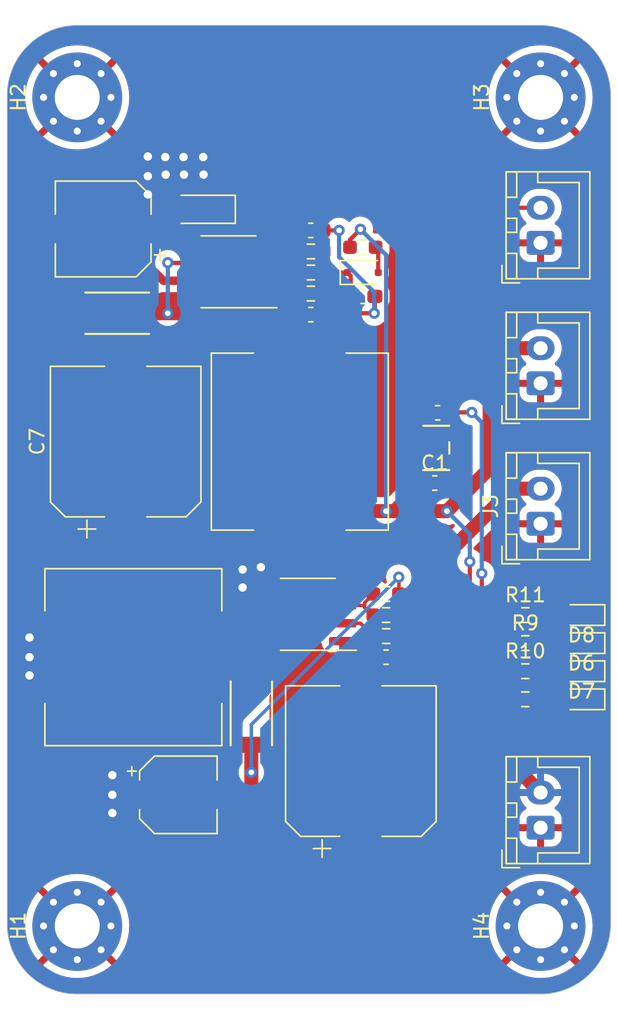
<source format=kicad_pcb>
(kicad_pcb (version 20221018) (generator pcbnew)
  (layers (0 "F.Cu" signal) (31 "B.Cu" signal) (34 "B.Paste" user) (35 "F.Paste" user) (36 "B.SilkS" user "B.Silkscreen") (37 "F.SilkS" user "F.Silkscreen") (38 "B.Mask" user) (39 "F.Mask" user) (44 "Edge.Cuts" user))
  (net 0 "")
  (net 1 "GND")
  (net 2 "+5V")
  (net 3 "Net-(D1-K)")
  (net 4 "Net-(D2-K)")
  (net 5 "Net-(D3-K)")
  (net 6 "Net-(D3-A)")
  (footprint "Package_SO:SOIC-8-1EP_3.9x4.9mm_P1.27mm_EP2.29x3mm" (layer "F.Cu") (at 189.2675 69.26 180)
    (fp_text reference "U1" hide)
    (fp_text value "MIC3172YM" hide)
    (pad "1" smd roundrect (at -2.475 -1.905 180) (size 1.95 0.6) (layers "F.Cu" "F.Paste" "F.Mask") (net 4 "Net-(D2-K)"))
    (pad "2" smd roundrect (at -2.475 -0.635 180) (size 1.95 0.6) (layers "F.Cu" "F.Paste" "F.Mask"))
    (pad "3" smd roundrect (at -2.475 0.635 180) (size 1.95 0.6) (layers "F.Cu" "F.Paste" "F.Mask"))
    (pad "4" smd roundrect (at -2.475 1.905 180) (size 1.95 0.6) (layers "F.Cu" "F.Paste" "F.Mask") (net 3 "Net-(D1-K)"))
    (pad "5" smd roundrect (at 2.475 1.905 180) (size 1.95 0.6) (layers "F.Cu" "F.Paste" "F.Mask") (net 3 "Net-(D1-K)"))
    (pad "6" smd roundrect (at 2.475 0.635 180) (size 1.95 0.6) (layers "F.Cu" "F.Paste" "F.Mask") (net 4 "Net-(D2-K)"))
    (pad "7" smd roundrect (at 2.475 -0.635 180) (size 1.95 0.6) (layers "F.Cu" "F.Paste" "F.Mask"))
    (pad "8" smd roundrect (at 2.475 -1.905 180) (size 1.95 0.6) (layers "F.Cu" "F.Paste" "F.Mask") (net 4 "Net-(D2-K)"))
    (pad "9" smd rect (at 0 0 180) (size 2.29 3) (layers "F.Cu" "F.Mask"))
  )
  (footprint "Inductor_SMD:L_Wuerth_WE-PD-Typ-LS" (layer "F.Cu") (at 182.5 96.7)
    (fp_text reference "L2" hide)
    (fp_text value "100u" hide)
    (pad "1" smd rect (at -4.95 0) (size 2.9 5.4) (layers "F.Cu" "F.Paste" "F.Mask"))
    (pad "2" smd rect (at 4.95 0) (size 2.9 5.4) (layers "F.Cu" "F.Paste" "F.Mask"))
  )
  (footprint "Footprints_Balise:DO-214AD_ONS" (layer "F.Cu") (at 181.35 72.21 180)
    (fp_text reference "D2" hide)
    (fp_text value "FSV330AF" hide)
    (pad "1" smd rect (at -2.2352 0 180) (size 1.143 1.905) (layers "F.Cu" "F.Paste" "F.Mask") (net 4 "Net-(D2-K)"))
    (pad "2" smd rect (at 2.2352 0 180) (size 1.143 1.905) (layers "F.Cu" "F.Paste" "F.Mask") (net 1 "GND"))
    (zone (net 0) (net_name "") (layer "F.Cu") (connect_pads (clearance 0)) (min_thickness 0.254)
      (keepout (tracks not_allowed) (vias not_allowed) (pads allowed) (copperpour not_allowed) (footprints allowed))
      (fill (thermal_gap 0.508) (thermal_bridge_width 0.508))
      (polygon (pts (xy 182.9629 73.5054) (xy 179.7371 73.5054) (xy 179.7371 70.9146) (xy 182.9629 70.9146)))
    )
  )
  (footprint "Connector_JST:JST_XH_B2B-XH-A_1x02_P2.50mm_Vertical" (layer "F.Cu") (at 211.5 77.2 90)
    (fp_text reference "J2" hide)
    (fp_text value "Conn_01x02" hide)
    (pad "1" thru_hole roundrect (at 0 0 90) (size 1.7 2) (drill 1) (layers "*.Cu" "*.Mask") (roundrect_rratio 0.147059) (net 1 "GND"))
    (pad "2" thru_hole oval (at 2.5 0 90) (size 1.7 2) (drill 1) (layers "*.Cu" "*.Mask") (net 2 "+5V"))
  )
  (footprint "LED_SMD:LED_0603_1608Metric_Pad1.05x0.95mm_HandSolder" (layer "F.Cu") (at 214.4125 95.7 180)
    (fp_text reference "D6" (at 0 -1.43) (layer "F.SilkS"))
    (fp_text value "LED")
    (pad "1" smd roundrect (at -0.875 0 180) (size 1.05 0.95) (layers "F.Cu" "F.Paste" "F.Mask") (net 1 "GND"))
    (pad "2" smd roundrect (at 0.875 0 180) (size 1.05 0.95) (layers "F.Cu" "F.Paste" "F.Mask"))
  )
  (footprint "Resistor_SMD:R_0603_1608Metric_Pad0.98x0.95mm_HandSolder" (layer "F.Cu") (at 200.5 92.2 180)
    (fp_text reference "R6" hide)
    (fp_text value "10.7" hide)
    (pad "1" smd roundrect (at -0.9125 0 180) (size 0.975 0.95) (layers "F.Cu" "F.Paste" "F.Mask"))
    (pad "2" smd roundrect (at 0.9125 0 180) (size 0.975 0.95) (layers "F.Cu" "F.Paste" "F.Mask"))
  )
  (footprint "diode:SSOP5_ROM" (layer "F.Cu") (at 204.0725 81.8)
    (fp_text reference "PS1" hide)
    (fp_text value "BU33SD5WG-TR" hide)
    (pad "1" smd rect (at -1.2954 -0.9398) (size 0.9144 0.4318) (layers "F.Cu" "F.Paste" "F.Mask") (net 2 "+5V"))
    (pad "2" smd rect (at -1.2954 0) (size 0.9144 0.4318) (layers "F.Cu" "F.Paste" "F.Mask") (net 1 "GND"))
    (pad "3" smd rect (at -1.2954 0.9398) (size 0.9144 0.4318) (layers "F.Cu" "F.Paste" "F.Mask") (net 2 "+5V"))
    (pad "4" smd rect (at 1.2954 0.9525) (size 0.9144 0.4318) (layers "F.Cu" "F.Paste" "F.Mask"))
    (pad "5" smd rect (at 1.2954 -0.9525) (size 0.9144 0.4318) (layers "F.Cu" "F.Paste" "F.Mask"))
  )
  (footprint "MountingHole:MountingHole_3.2mm_M3_Pad_Via" (layer "F.Cu") (at 211.5 115.84 90)
    (fp_text reference "H4" (at 0 -4.2 90) (layer "F.SilkS"))
    (fp_text value "MountingHole_Pad")
    (pad "1" thru_hole circle (at -2.4 0 90) (size 0.8 0.8) (drill 0.5) (layers "*.Cu" "*.Mask") (net 1 "GND"))
    (pad "1" thru_hole circle (at -1.697056 -1.697056 90) (size 0.8 0.8) (drill 0.5) (layers "*.Cu" "*.Mask") (net 1 "GND"))
    (pad "1" thru_hole circle (at -1.697056 1.697056 90) (size 0.8 0.8) (drill 0.5) (layers "*.Cu" "*.Mask") (net 1 "GND"))
    (pad "1" thru_hole circle (at 0 -2.4 90) (size 0.8 0.8) (drill 0.5) (layers "*.Cu" "*.Mask") (net 1 "GND"))
    (pad "1" thru_hole circle (at 0 0 90) (size 6.4 6.4) (drill 3.2) (layers "*.Cu" "*.Mask") (net 1 "GND"))
    (pad "1" thru_hole circle (at 0 2.4 90) (size 0.8 0.8) (drill 0.5) (layers "*.Cu" "*.Mask") (net 1 "GND"))
    (pad "1" thru_hole circle (at 1.697056 -1.697056 90) (size 0.8 0.8) (drill 0.5) (layers "*.Cu" "*.Mask") (net 1 "GND"))
    (pad "1" thru_hole circle (at 1.697056 1.697056 90) (size 0.8 0.8) (drill 0.5) (layers "*.Cu" "*.Mask") (net 1 "GND"))
    (pad "1" thru_hole circle (at 2.4 0 90) (size 0.8 0.8) (drill 0.5) (layers "*.Cu" "*.Mask") (net 1 "GND"))
  )
  (footprint "Resistor_SMD:R_0603_1608Metric_Pad0.98x0.95mm_HandSolder" (layer "F.Cu") (at 200.5 93.7)
    (fp_text reference "R7" hide)
    (fp_text value "1.24k" hide)
    (pad "1" smd roundrect (at -0.9125 0) (size 0.975 0.95) (layers "F.Cu" "F.Paste" "F.Mask"))
    (pad "2" smd roundrect (at 0.9125 0) (size 0.975 0.95) (layers "F.Cu" "F.Paste" "F.Mask") (net 1 "GND"))
  )
  (footprint "Capacitor_SMD:CP_Elec_6.3x7.7" (layer "F.Cu") (at 180.35 66.21 180)
    (fp_text reference "C2" hide)
    (fp_text value "100uF" hide)
    (pad "1" smd roundrect (at -2.7 0 180) (size 3.5 1.6) (layers "F.Cu" "F.Paste" "F.Mask") (roundrect_rratio 0.15625))
    (pad "2" smd roundrect (at 2.7 0 180) (size 3.5 1.6) (layers "F.Cu" "F.Paste" "F.Mask") (roundrect_rratio 0.15625) (net 1 "GND"))
  )
  (footprint "Resistor_SMD:R_0603_1608Metric_Pad0.98x0.95mm_HandSolder" (layer "F.Cu") (at 210.4125 97.7)
    (fp_text reference "R10" (at 0 -1.43) (layer "F.SilkS"))
    (fp_text value "1k")
    (pad "1" smd roundrect (at -0.9125 0) (size 0.975 0.95) (layers "F.Cu" "F.Paste" "F.Mask"))
    (pad "2" smd roundrect (at 0.9125 0) (size 0.975 0.95) (layers "F.Cu" "F.Paste" "F.Mask"))
  )
  (footprint "Resistor_SMD:R_0603_1608Metric_Pad0.98x0.95mm_HandSolder" (layer "F.Cu") (at 210.4125 95.7)
    (fp_text reference "R9" (at 0 -1.43) (layer "F.SilkS"))
    (fp_text value "1k")
    (pad "1" smd roundrect (at -0.9125 0) (size 0.975 0.95) (layers "F.Cu" "F.Paste" "F.Mask") (net 2 "+5V"))
    (pad "2" smd roundrect (at 0.9125 0) (size 0.975 0.95) (layers "F.Cu" "F.Paste" "F.Mask"))
  )
  (footprint "Capacitor_SMD:CP_Elec_5x5.4" (layer "F.Cu") (at 185.7 106.5)
    (fp_text reference "C10" hide)
    (fp_text value "22uF" hide)
    (pad "1" smd roundrect (at -2.2 0) (size 3 1.6) (layers "F.Cu" "F.Paste" "F.Mask") (roundrect_rratio 0.15625))
    (pad "2" smd roundrect (at 2.2 0) (size 3 1.6) (layers "F.Cu" "F.Paste" "F.Mask") (roundrect_rratio 0.15625))
  )
  (footprint "Capacitor_SMD:C_0603_1608Metric_Pad1.08x0.95mm_HandSolder" (layer "F.Cu") (at 198.8375 71.01)
    (fp_text reference "C6" hide)
    (fp_text value "1 µF" hide)
    (pad "1" smd roundrect (at -0.8625 0) (size 1.075 0.95) (layers "F.Cu" "F.Paste" "F.Mask") (net 5 "Net-(D3-K)"))
    (pad "2" smd roundrect (at 0.8625 0) (size 1.075 0.95) (layers "F.Cu" "F.Paste" "F.Mask") (net 4 "Net-(D2-K)"))
  )
  (footprint "Diode_SMD:D_SOD-323F" (layer "F.Cu") (at 198.8375 69.31)
    (fp_text reference "D3" hide)
    (fp_text value "1N4148" hide)
    (pad "1" smd roundrect (at -1.1 0) (size 0.5 0.5) (layers "F.Cu" "F.Paste" "F.Mask") (net 5 "Net-(D3-K)"))
    (pad "2" smd roundrect (at 1.1 0) (size 0.5 0.5) (layers "F.Cu" "F.Paste" "F.Mask") (net 6 "Net-(D3-A)"))
  )
  (footprint "MountingHole:MountingHole_3.2mm_M3_Pad_Via" (layer "F.Cu") (at 178.5 115.84 90)
    (fp_text reference "H1" (at 0 -4.2 90) (layer "F.SilkS"))
    (fp_text value "MountingHole_Pad")
    (pad "1" thru_hole circle (at -2.4 0 90) (size 0.8 0.8) (drill 0.5) (layers "*.Cu" "*.Mask") (net 1 "GND"))
    (pad "1" thru_hole circle (at -1.697056 -1.697056 90) (size 0.8 0.8) (drill 0.5) (layers "*.Cu" "*.Mask") (net 1 "GND"))
    (pad "1" thru_hole circle (at -1.697056 1.697056 90) (size 0.8 0.8) (drill 0.5) (layers "*.Cu" "*.Mask") (net 1 "GND"))
    (pad "1" thru_hole circle (at 0 -2.4 90) (size 0.8 0.8) (drill 0.5) (layers "*.Cu" "*.Mask") (net 1 "GND"))
    (pad "1" thru_hole circle (at 0 0 90) (size 6.4 6.4) (drill 3.2) (layers "*.Cu" "*.Mask") (net 1 "GND"))
    (pad "1" thru_hole circle (at 0 2.4 90) (size 0.8 0.8) (drill 0.5) (layers "*.Cu" "*.Mask") (net 1 "GND"))
    (pad "1" thru_hole circle (at 1.697056 -1.697056 90) (size 0.8 0.8) (drill 0.5) (layers "*.Cu" "*.Mask") (net 1 "GND"))
    (pad "1" thru_hole circle (at 1.697056 1.697056 90) (size 0.8 0.8) (drill 0.5) (layers "*.Cu" "*.Mask") (net 1 "GND"))
    (pad "1" thru_hole circle (at 2.4 0 90) (size 0.8 0.8) (drill 0.5) (layers "*.Cu" "*.Mask") (net 1 "GND"))
  )
  (footprint "Capacitor_SMD:C_0603_1608Metric_Pad1.08x0.95mm_HandSolder" (layer "F.Cu") (at 200.5 96.7)
    (fp_text reference "C8" hide)
    (fp_text value "1µF" hide)
    (pad "1" smd roundrect (at -0.8625 0) (size 1.075 0.95) (layers "F.Cu" "F.Paste" "F.Mask") (net 1 "GND"))
    (pad "2" smd roundrect (at 0.8625 0) (size 1.075 0.95) (layers "F.Cu" "F.Paste" "F.Mask"))
  )
  (footprint "Connector_JST:JST_XH_B2B-XH-A_1x02_P2.50mm_Vertical" (layer "F.Cu") (at 211.5 67.2 90)
    (fp_text reference "J1" hide)
    (fp_text value "Conn_01x02" hide)
    (pad "1" thru_hole roundrect (at 0 0 90) (size 1.7 2) (drill 1) (layers "*.Cu" "*.Mask") (roundrect_rratio 0.147059) (net 1 "GND"))
    (pad "2" thru_hole oval (at 2.5 0 90) (size 1.7 2) (drill 1) (layers "*.Cu" "*.Mask"))
  )
  (footprint "Inductor_SMD:L_Wuerth_WE-PD-Typ-LS" (layer "F.Cu") (at 194.35 81.35 -90)
    (fp_text reference "L1" hide)
    (fp_text value "100u" hide)
    (pad "1" smd rect (at -4.95 0 270) (size 2.9 5.4) (layers "F.Cu" "F.Paste" "F.Mask") (net 4 "Net-(D2-K)"))
    (pad "2" smd rect (at 4.95 0 270) (size 2.9 5.4) (layers "F.Cu" "F.Paste" "F.Mask") (net 2 "+5V"))
  )
  (footprint "Connector_JST:JST_XH_B2B-XH-A_1x02_P2.50mm_Vertical" (layer "F.Cu") (at 211.5 87.2 90)
    (fp_text reference "J3" (at 1.25 -3.55 90) (layer "F.SilkS"))
    (fp_text value "Conn_01x02")
    (pad "1" thru_hole roundrect (at 0 0 90) (size 1.7 2) (drill 1) (layers "*.Cu" "*.Mask") (roundrect_rratio 0.147059) (net 1 "GND"))
    (pad "2" thru_hole oval (at 2.5 0 90) (size 1.7 2) (drill 1) (layers "*.Cu" "*.Mask"))
  )
  (footprint "Resistor_SMD:R_0603_1608Metric_Pad0.98x0.95mm_HandSolder" (layer "F.Cu") (at 195.1375 67.81)
    (fp_text reference "R2" hide)
    (fp_text value "1.2 k" hide)
    (pad "1" smd roundrect (at -0.9125 0) (size 0.975 0.95) (layers "F.Cu" "F.Paste" "F.Mask"))
    (pad "2" smd roundrect (at 0.9125 0) (size 0.975 0.95) (layers "F.Cu" "F.Paste" "F.Mask") (net 4 "Net-(D2-K)"))
  )
  (footprint "Resistor_SMD:R_0603_1608Metric_Pad0.98x0.95mm_HandSolder" (layer "F.Cu") (at 195.1375 69.31)
    (fp_text reference "R3" hide)
    (fp_text value "3.7k" hide)
    (pad "1" smd roundrect (at -0.9125 0) (size 0.975 0.95) (layers "F.Cu" "F.Paste" "F.Mask"))
    (pad "2" smd roundrect (at 0.9125 0) (size 0.975 0.95) (layers "F.Cu" "F.Paste" "F.Mask") (net 5 "Net-(D3-K)"))
  )
  (footprint "Resistor_SMD:R_0603_1608Metric_Pad0.98x0.95mm_HandSolder" (layer "F.Cu") (at 200.5 95.2)
    (fp_text reference "R5" hide)
    (fp_text value "1k" hide)
    (pad "1" smd roundrect (at -0.9125 0) (size 0.975 0.95) (layers "F.Cu" "F.Paste" "F.Mask"))
    (pad "2" smd roundrect (at 0.9125 0) (size 0.975 0.95) (layers "F.Cu" "F.Paste" "F.Mask"))
  )
  (footprint "Capacitor_SMD:CP_Elec_10x10.5" (layer "F.Cu") (at 198.7 104.1 90)
    (fp_text reference "C9" hide)
    (fp_text value "470uF" hide)
    (pad "1" smd roundrect (at -4.2 0 90) (size 4.4 2.5) (layers "F.Cu" "F.Paste" "F.Mask") (roundrect_rratio 0.1))
    (pad "2" smd roundrect (at 4.2 0 90) (size 4.4 2.5) (layers "F.Cu" "F.Paste" "F.Mask") (roundrect_rratio 0.1) (net 1 "GND"))
  )
  (footprint "Capacitor_SMD:C_0603_1608Metric_Pad1.08x0.95mm_HandSolder" (layer "F.Cu") (at 195.1375 72.31 180)
    (fp_text reference "C4" hide)
    (fp_text value "1 µF" hide)
    (pad "1" smd roundrect (at -0.8625 0 180) (size 1.075 0.95) (layers "F.Cu" "F.Paste" "F.Mask"))
    (pad "2" smd roundrect (at 0.8625 0 180) (size 1.075 0.95) (layers "F.Cu" "F.Paste" "F.Mask") (net 4 "Net-(D2-K)"))
  )
  (footprint "MountingHole:MountingHole_3.2mm_M3_Pad_Via" (layer "F.Cu") (at 211.5 56.84 90)
    (fp_text reference "H3" (at 0 -4.2 90) (layer "F.SilkS"))
    (fp_text value "MountingHole_Pad")
    (pad "1" thru_hole circle (at -2.4 0 90) (size 0.8 0.8) (drill 0.5) (layers "*.Cu" "*.Mask") (net 1 "GND"))
    (pad "1" thru_hole circle (at -1.697056 -1.697056 90) (size 0.8 0.8) (drill 0.5) (layers "*.Cu" "*.Mask") (net 1 "GND"))
    (pad "1" thru_hole circle (at -1.697056 1.697056 90) (size 0.8 0.8) (drill 0.5) (layers "*.Cu" "*.Mask") (net 1 "GND"))
    (pad "1" thru_hole circle (at 0 -2.4 90) (size 0.8 0.8) (drill 0.5) (layers "*.Cu" "*.Mask") (net 1 "GND"))
    (pad "1" thru_hole circle (at 0 0 90) (size 6.4 6.4) (drill 3.2) (layers "*.Cu" "*.Mask") (net 1 "GND"))
    (pad "1" thru_hole circle (at 0 2.4 90) (size 0.8 0.8) (drill 0.5) (layers "*.Cu" "*.Mask") (net 1 "GND"))
    (pad "1" thru_hole circle (at 1.697056 -1.697056 90) (size 0.8 0.8) (drill 0.5) (layers "*.Cu" "*.Mask") (net 1 "GND"))
    (pad "1" thru_hole circle (at 1.697056 1.697056 90) (size 0.8 0.8) (drill 0.5) (layers "*.Cu" "*.Mask") (net 1 "GND"))
    (pad "1" thru_hole circle (at 2.4 0 90) (size 0.8 0.8) (drill 0.5) (layers "*.Cu" "*.Mask") (net 1 "GND"))
  )
  (footprint "Footprints_Balise:DO-214AD_ONS" (layer "F.Cu") (at 190.9 100.7 90)
    (fp_text reference "D4" hide)
    (fp_text value "FSV330AF" hide)
    (pad "1" smd rect (at -2.2352 0 90) (size 1.143 1.905) (layers "F.Cu" "F.Paste" "F.Mask"))
    (pad "2" smd rect (at 2.2352 0 90) (size 1.143 1.905) (layers "F.Cu" "F.Paste" "F.Mask"))
    (zone (net 0) (net_name "") (layer "F.Cu") (connect_pads (clearance 0)) (min_thickness 0.254)
      (keepout (tracks not_allowed) (vias not_allowed) (pads allowed) (copperpour not_allowed) (footprints allowed))
      (fill (thermal_gap 0.508) (thermal_bridge_width 0.508))
      (polygon (pts (xy 189.6046 102.3129) (xy 189.6046 99.0871) (xy 192.1954 99.0871) (xy 192.1954 102.3129)))
    )
  )
  (footprint "Resistor_SMD:R_0603_1608Metric_Pad0.98x0.95mm_HandSolder" (layer "F.Cu") (at 210.4125 99.7)
    (fp_text reference "R8" hide)
    (fp_text value "1k" hide)
    (pad "1" smd roundrect (at -0.9125 0) (size 0.975 0.95) (layers "F.Cu" "F.Paste" "F.Mask"))
    (pad "2" smd roundrect (at 0.9125 0) (size 0.975 0.95) (layers "F.Cu" "F.Paste" "F.Mask"))
  )
  (footprint "Capacitor_SMD:C_0603_1608Metric_Pad1.08x0.95mm_HandSolder" (layer "F.Cu") (at 203.9625 84.3)
    (fp_text reference "C1" (at 0 -1.43) (layer "F.SilkS"))
    (fp_text value "0.47u")
    (pad "1" smd roundrect (at -0.8625 0) (size 1.075 0.95) (layers "F.Cu" "F.Paste" "F.Mask") (net 2 "+5V"))
    (pad "2" smd roundrect (at 0.8625 0) (size 1.075 0.95) (layers "F.Cu" "F.Paste" "F.Mask") (net 1 "GND"))
  )
  (footprint "Resistor_SMD:R_0603_1608Metric_Pad0.98x0.95mm_HandSolder" (layer "F.Cu") (at 195.1375 70.81)
    (fp_text reference "R1" hide)
    (fp_text value "470" hide)
    (pad "1" smd roundrect (at -0.9125 0) (size 0.975 0.95) (layers "F.Cu" "F.Paste" "F.Mask"))
    (pad "2" smd roundrect (at 0.9125 0) (size 0.975 0.95) (layers "F.Cu" "F.Paste" "F.Mask"))
  )
  (footprint "Resistor_SMD:R_0603_1608Metric_Pad0.98x0.95mm_HandSolder" (layer "F.Cu") (at 198.8375 67.51 180)
    (fp_text reference "R4" hide)
    (fp_text value "10Ω" hide)
    (pad "1" smd roundrect (at -0.9125 0 180) (size 0.975 0.95) (layers "F.Cu" "F.Paste" "F.Mask") (net 6 "Net-(D3-A)"))
    (pad "2" smd roundrect (at 0.9125 0 180) (size 0.975 0.95) (layers "F.Cu" "F.Paste" "F.Mask") (net 2 "+5V"))
  )
  (footprint "MountingHole:MountingHole_3.2mm_M3_Pad_Via" (layer "F.Cu") (at 178.5 56.84 90)
    (fp_text reference "H2" (at 0 -4.2 90) (layer "F.SilkS"))
    (fp_text value "MountingHole_Pad")
    (pad "1" thru_hole circle (at -2.4 0 90) (size 0.8 0.8) (drill 0.5) (layers "*.Cu" "*.Mask") (net 1 "GND"))
    (pad "1" thru_hole circle (at -1.697056 -1.697056 90) (size 0.8 0.8) (drill 0.5) (layers "*.Cu" "*.Mask") (net 1 "GND"))
    (pad "1" thru_hole circle (at -1.697056 1.697056 90) (size 0.8 0.8) (drill 0.5) (layers "*.Cu" "*.Mask") (net 1 "GND"))
    (pad "1" thru_hole circle (at 0 -2.4 90) (size 0.8 0.8) (drill 0.5) (layers "*.Cu" "*.Mask") (net 1 "GND"))
    (pad "1" thru_hole circle (at 0 0 90) (size 6.4 6.4) (drill 3.2) (layers "*.Cu" "*.Mask") (net 1 "GND"))
    (pad "1" thru_hole circle (at 0 2.4 90) (size 0.8 0.8) (drill 0.5) (layers "*.Cu" "*.Mask") (net 1 "GND"))
    (pad "1" thru_hole circle (at 1.697056 -1.697056 90) (size 0.8 0.8) (drill 0.5) (layers "*.Cu" "*.Mask") (net 1 "GND"))
    (pad "1" thru_hole circle (at 1.697056 1.697056 90) (size 0.8 0.8) (drill 0.5) (layers "*.Cu" "*.Mask") (net 1 "GND"))
    (pad "1" thru_hole circle (at 2.4 0 90) (size 0.8 0.8) (drill 0.5) (layers "*.Cu" "*.Mask") (net 1 "GND"))
  )
  (footprint "Capacitor_SMD:CP_Elec_10x10.5" (layer "F.Cu") (at 181.95 81.35 90)
    (fp_text reference "C7" (at 0 -6.3 90) (layer "F.SilkS"))
    (fp_text value "330uF")
    (pad "1" smd roundrect (at -4.2 0 90) (size 4.4 2.5) (layers "F.Cu" "F.Paste" "F.Mask") (roundrect_rratio 0.1) (net 2 "+5V"))
    (pad "2" smd roundrect (at 4.2 0 90) (size 4.4 2.5) (layers "F.Cu" "F.Paste" "F.Mask") (roundrect_rratio 0.1) (net 1 "GND"))
  )
  (footprint "Diode_SMD:D_SOD-123F" (layer "F.Cu") (at 187.55 64.81 180)
    (fp_text reference "D1" hide)
    (fp_text value "1N4148" hide)
    (pad "1" smd roundrect (at -1.4 0 180) (size 1.1 1.1) (layers "F.Cu" "F.Paste" "F.Mask") (roundrect_rratio 0.2272727273) (net 3 "Net-(D1-K)"))
    (pad "2" smd roundrect (at 1.4 0 180) (size 1.1 1.1) (layers "F.Cu" "F.Paste" "F.Mask") (roundrect_rratio 0.2272727273))
  )
  (footprint "Capacitor_SMD:C_0603_1608Metric_Pad1.08x0.95mm_HandSolder" (layer "F.Cu") (at 195.1375 66.31)
    (fp_text reference "C3" hide)
    (fp_text value "2.2 µF" hide)
    (pad "1" smd roundrect (at -0.8625 0) (size 1.075 0.95) (layers "F.Cu" "F.Paste" "F.Mask") (net 3 "Net-(D1-K)"))
    (pad "2" smd roundrect (at 0.8625 0) (size 1.075 0.95) (layers "F.Cu" "F.Paste" "F.Mask") (net 4 "Net-(D2-K)"))
  )
  (footprint "Capacitor_SMD:C_0603_1608Metric_Pad1.08x0.95mm_HandSolder" (layer "F.Cu") (at 204.1625 79.3 180)
    (fp_text reference "C5" hide)
    (fp_text value "0.47u" hide)
    (pad "1" smd roundrect (at -0.8625 0 180) (size 1.075 0.95) (layers "F.Cu" "F.Paste" "F.Mask"))
    (pad "2" smd roundrect (at 0.8625 0 180) (size 1.075 0.95) (layers "F.Cu" "F.Paste" "F.Mask") (net 1 "GND"))
  )
  (footprint "Connector_JST:JST_XH_B2B-XH-A_1x02_P2.50mm_Vertical" (layer "F.Cu") (at 211.5 108.84 90)
    (fp_text reference "J4" hide)
    (fp_text value "Conn_01x02" hide)
    (pad "1" thru_hole roundrect (at 0 0 90) (size 1.7 2) (drill 1) (layers "*.Cu" "*.Mask") (roundrect_rratio 0.147059) (net 1 "GND"))
    (pad "2" thru_hole oval (at 2.5 0 90) (size 1.7 2) (drill 1) (layers "*.Cu" "*.Mask"))
  )
  (footprint "LED_SMD:LED_0603_1608Metric_Pad1.05x0.95mm_HandSolder" (layer "F.Cu") (at 214.4125 99.7 180)
    (fp_text reference "D5" hide)
    (fp_text value "LED" hide)
    (pad "1" smd roundrect (at -0.875 0 180) (size 1.05 0.95) (layers "F.Cu" "F.Paste" "F.Mask") (net 1 "GND"))
    (pad "2" smd roundrect (at 0.875 0 180) (size 1.05 0.95) (layers "F.Cu" "F.Paste" "F.Mask"))
  )
  (footprint "LED_SMD:LED_0603_1608Metric_Pad1.05x0.95mm_HandSolder" (layer "F.Cu") (at 214.4125 97.7 180)
    (fp_text reference "D7" (at 0 -1.43) (layer "F.SilkS"))
    (fp_text value "LED")
    (pad "1" smd roundrect (at -0.875 0 180) (size 1.05 0.95) (layers "F.Cu" "F.Paste" "F.Mask") (net 1 "GND"))
    (pad "2" smd roundrect (at 0.875 0 180) (size 1.05 0.95) (layers "F.Cu" "F.Paste" "F.Mask"))
  )
  (footprint "LED_SMD:LED_0603_1608Metric_Pad1.05x0.95mm_HandSolder" (layer "F.Cu") (at 214.4125 93.7 180)
    (fp_text reference "D8" (at 0 -1.43) (layer "F.SilkS"))
    (fp_text value "LED")
    (pad "1" smd roundrect (at -0.875 0 180) (size 1.05 0.95) (layers "F.Cu" "F.Paste" "F.Mask") (net 1 "GND"))
    (pad "2" smd roundrect (at 0.875 0 180) (size 1.05 0.95) (layers "F.Cu" "F.Paste" "F.Mask"))
  )
  (footprint "Resistor_SMD:R_0603_1608Metric_Pad0.98x0.95mm_HandSolder" (layer "F.Cu") (at 210.4125 93.7)
    (fp_text reference "R11" (at 0 -1.43) (layer "F.SilkS"))
    (fp_text value "1k")
    (pad "1" smd roundrect (at -0.9125 0) (size 0.975 0.95) (layers "F.Cu" "F.Paste" "F.Mask"))
    (pad "2" smd roundrect (at 0.9125 0) (size 0.975 0.95) (layers "F.Cu" "F.Paste" "F.Mask"))
  )
  (footprint "Package_SO:SOIC-8-1EP_3.9x4.9mm_P1.27mm_EP2.29x3mm" (layer "F.Cu") (at 194.93 93.65 180)
    (fp_text reference "U2" hide)
    (fp_text value "MIC3172YM" hide)
    (pad "1" smd roundrect (at -2.475 -1.905 180) (size 1.95 0.6) (layers "F.Cu" "F.Paste" "F.Mask") (net 1 "GND"))
    (pad "2" smd roundrect (at -2.475 -0.635 180) (size 1.95 0.6) (layers "F.Cu" "F.Paste" "F.Mask"))
    (pad "3" smd roundrect (at -2.475 0.635 180) (size 1.95 0.6) (layers "F.Cu" "F.Paste" "F.Mask"))
    (pad "4" smd roundrect (at -2.475 1.905 180) (size 1.95 0.6) (layers "F.Cu" "F.Paste" "F.Mask"))
    (pad "5" smd roundrect (at 2.475 1.905 180) (size 1.95 0.6) (layers "F.Cu" "F.Paste" "F.Mask"))
    (pad "6" smd roundrect (at 2.475 0.635 180) (size 1.95 0.6) (layers "F.Cu" "F.Paste" "F.Mask") (net 1 "GND"))
    (pad "7" smd roundrect (at 2.475 -0.635 180) (size 1.95 0.6) (layers "F.Cu" "F.Paste" "F.Mask"))
    (pad "8" smd roundrect (at 2.475 -1.905 180) (size 1.95 0.6) (layers "F.Cu" "F.Paste" "F.Mask") (net 1 "GND"))
    (pad "9" smd rect (at 0 0 180) (size 2.29 3) (layers "F.Cu" "F.Mask"))
  )
  (gr_line (start 173.5 115.7) (end 173.5 56.7) (stroke (width 0.05)) (layer "Edge.Cuts"))
  (gr_arc (start 173.5 56.7) (mid 174.964466 53.164466) (end 178.5 51.7) (stroke (width 0.05)) (layer "Edge.Cuts"))
  (gr_arc (start 178.5 120.7) (mid 174.964466 119.235534) (end 173.5 115.7) (stroke (width 0.05)) (layer "Edge.Cuts"))
  (gr_line (start 178.5 51.7) (end 211.5 51.7) (stroke (width 0.05)) (layer "Edge.Cuts"))
  (gr_line (start 211.5 120.7) (end 178.5 120.7) (stroke (width 0.05)) (layer "Edge.Cuts"))
  (gr_line (start 216.5 56.7) (end 216.5 115.7) (stroke (width 0.05)) (layer "Edge.Cuts"))
  (gr_arc (start 211.5 51.7) (mid 215.035534 53.164466) (end 216.5 56.7) (stroke (width 0.05)) (layer "Edge.Cuts"))
  (gr_arc (start 216.5 115.7) (mid 215.035534 119.235534) (end 211.5 120.7) (stroke (width 0.05)) (layer "Edge.Cuts"))
  (segment (start 209.5 84.7) (end 211.5 84.7) (width 1) (layer "F.Cu") (net 0))
  (segment (start 201.4125 91.0125) (end 201.4 91) (width 0.25) (layer "F.Cu") (net 0))
  (segment (start 207.459264 92.810736) (end 207.3095 92.660972) (width 0.3) (layer "F.Cu") (net 0))
  (segment (start 181 106.5) (end 181 107.8) (width 1) (layer "F.Cu") (net 0))
  (segment (start 194.21 68.625) (end 194.225 68.61) (width 0.3) (layer "F.Cu") (net 0))
  (segment (start 201.3625 96.7) (end 201.3625 95.25) (width 0.25) (layer "F.Cu") (net 0))
  (segment (start 211.325 97.7) (end 213.5375 97.7) (width 0.3) (layer "F.Cu") (net 0))
  (segment (start 191.7425 68.625) (end 194.21 68.625) (width 0.3) (layer "F.Cu") (net 0))
  (segment (start 205.03 101.97) (end 205.03 97.69) (width 1) (layer "F.Cu") (net 0))
  (segment (start 205.025 80.5046) (end 205.3679 80.8475) (width 0.3) (layer "F.Cu") (net 0))
  (segment (start 198.7 108.3) (end 205.03 101.97) (width 1) (layer "F.Cu") (net 0))
  (segment (start 175.1 96.7) (end 175.1 98) (width 1) (layer "F.Cu") (net 0))
  (segment (start 186.07 63.59) (end 186.07 61.09) (width 1) (layer "F.Cu") (net 0))
  (segment (start 184.45 64.81) (end 186.15 64.81) (width 0.6) (layer "F.Cu") (net 0))
  (segment (start 175.1 96.7) (end 175.1 95.3) (width 1) (layer "F.Cu") (net 0))
  (segment (start 198.9575 93.015) (end 198.9725 93) (width 0.25) (layer "F.Cu") (net 0))
  (segment (start 190.28 91.74) (end 190.28 90.46) (width 1) (layer "F.Cu") (net 0))
  (segment (start 190.28 91.74) (end 190.28 91.59) (width 1) (layer "F.Cu") (net 0))
  (segment (start 186.1 64.84) (end 186.1 62.34) (width 1) (layer "F.Cu") (net 0))
  (segment (start 205.025 79.3) (end 205.025 80.5046) (width 0.3) (layer "F.Cu") (net 0))
  (segment (start 191.115 94.285) (end 192.455 94.285) (width 0.6) (layer "F.Cu") (net 0))
  (segment (start 206.6 79.27) (end 205.055 79.27) (width 0.3) (layer "F.Cu") (net 0))
  (segment (start 191.58 90.87) (end 192.455 91.745) (width 1) (layer "F.Cu") (net 0))
  (segment (start 209.5 99.7) (end 209.5 104.34) (width 1) (layer "F.Cu") (net 0))
  (segment (start 190.2352 97.0352) (end 190.2352 97.8) (width 0.6) (layer "F.Cu") (net 0))
  (segment (start 196.05 72.26) (end 196 72.31) (width 0.3) (layer "F.Cu") (net 0))
  (segment (start 183.05 68.31) (end 183.05 66.21) (width 0.6) (layer "F.Cu") (net 0))
  (segment (start 199.5 93.7) (end 198.9725 93.1725) (width 0.25) (layer "F.Cu") (net 0))
  (segment (start 192.7225 69.895) (end 191.7425 69.895) (width 0.3) (layer "F.Cu") (net 0))
  (segment (start 189.9 96.7) (end 187.45 96.7) (width 0.6) (layer "F.Cu") (net 0))
  (segment (start 205.04 97.7) (end 205.03 97.69) (width 0.3) (layer "F.Cu") (net 0))
  (segment (start 186.03 62.45) (end 183.53 62.45) (width 1) (layer "F.Cu") (net 0))
  (segment (start 209.5 93.7) (end 208.348528 93.7) (width 0.3) (layer "F.Cu") (net 0))
  (segment (start 197.405 93.015) (end 198.9575 93.015) (width 0.25) (layer "F.Cu") (net 0))
  (segment (start 213.5375 99.7) (end 211.325 99.7) (width 0.3) (layer "F.Cu") (net 0))
  (segment (start 183.53 62.45) (end 183.53 63.75) (width 1) (layer "F.Cu") (net 0))
  (segment (start 190.2352 95.1648) (end 191.115 94.285) (width 0.6) (layer "F.Cu") (net 0))
  (segment (start 183.05 66.21) (end 184.45 64.81) (width 0.6) (layer "F.Cu") (net 0))
  (segment (start 181 106.5) (end 181 105.1) (width 1) (layer "F.Cu") (net 0))
  (segment (start 187.9 106.5) (end 190.3 106.5) (width 1) (layer "F.Cu") (net 0))
  (segment (start 184.635 69.895) (end 183.05 68.31) (width 0.6) (layer "F.Cu") (net 0))
  (segment (start 209.5 104.34) (end 211.5 106.34) (width 1) (layer "F.Cu") (net 0))
  (segment (start 190.9 106.5) (end 190.9 104.9) (width 1) (layer "F.Cu") (net 0))
  (segment (start 205.025 68.185) (end 208.51 64.7) (width 0.3) (layer "F.Cu") (net 0))
  (segment (start 198.6725 94.285) (end 197.405 94.285) (width 0.25) (layer "F.Cu") (net 0))
  (segment (start 213.5375 95.7) (end 211.325 95.7) (width 0.3) (layer "F.Cu") (net 0))
  (segment (start 186.7925 69.895) (end 184.635 69.895) (width 0.6) (layer "F.Cu") (net 0))
  (segment (start 194.225 68.61) (end 194.225 67.81) (width 0.3) (layer "F.Cu") (net 0))
  (segment (start 190.9 104.9) (end 190.9 102.9352) (width 1) (layer "F.Cu") (net 0))
  (segment (start 190.45 90.29) (end 190.28 90.46) (width 1) (layer "F.Cu") (net 0))
  (segment (start 196.9 106.5) (end 190.3 106.5) (width 1) (layer "F.Cu") (net 0))
  (segment (start 201.3625 95.25) (end 201.4125 95.2) (width 0.25) (layer "F.Cu") (net 0))
  (segment (start 190.2352 97.8) (end 190.9 98.4648) (width 0.6) (layer "F.Cu") (net 0))
  (segment (start 186.1 62.34) (end 187.5 62.34) (width 1) (layer "F.Cu") (net 0))
  (segment (start 183.5 106.5) (end 181 106.5) (width 1) (layer "F.Cu") (net 0))
  (segment (start 198.9725 93.1725) (end 198.9725 93) (width 0.25) (layer "F.Cu") (net 0))
  (segment (start 190.28 91.59) (end 191.58 90.29) (width 1) (layer "F.Cu") (net 0))
  (segment (start 198.9725 92.815) (end 199.5875 92.2) (width 0.25) (layer "F.Cu") (net 0))
  (segment (start 186.1 62.34) (end 184.8 62.34) (width 1) (layer "F.Cu") (net 0))
  (segment (start 201.4125 92.2) (end 201.4125 91.0125) (width 0.25) (layer "F.Cu") (net 0))
  (segment (start 190.3 106.5) (end 190.9 106.5) (width 1) (layer "F.Cu") (net 0))
  (segment (start 213.5375 93.7) (end 211.325 93.7) (width 0.3) (layer "F.Cu") (net 0))
  (segment (start 199.5875 93.7) (end 199.5 93.7) (width 0.25) (layer "F.Cu") (net 0))
  (segment (start 208.348528 93.7) (end 207.459264 92.810736) (width 0.3) (layer "F.Cu") (net 0))
  (segment (start 190.2352 97.0352) (end 190.2352 95.1648) (width 0.6) (layer "F.Cu") (net 0))
  (segment (start 194.225 69.31) (end 194.225 68.61) (width 0.3) (layer "F.Cu") (net 0))
  (segment (start 208.51 64.7) (end 211.5 64.7) (width 0.3) (layer "F.Cu") (net 0))
  (segment (start 209.5 97.7) (end 205.04 97.7) (width 0.3) (layer "F.Cu") (net 0))
  (segment (start 205.03 97.69) (end 205.03 89.17) (width 1) (layer "F.Cu") (net 0))
  (segment (start 199.5875 95.2) (end 198.6725 94.285) (width 0.25) (layer "F.Cu") (net 0))
  (segment (start 196.05 70.81) (end 196.05 72.26) (width 0.3) (layer "F.Cu") (net 0))
  (segment (start 186.07 61.09) (end 184.77 61.09) (width 1) (layer "F.Cu") (net 0))
  (segment (start 190.2352 97.0352) (end 189.9 96.7) (width 0.6) (layer "F.Cu") (net 0))
  (segment (start 205.025 79.3) (end 205.025 68.185) (width 0.3) (layer "F.Cu") (net 0))
  (segment (start 198.9725 93) (end 198.9725 92.815) (width 0.25) (layer "F.Cu") (net 0))
  (segment (start 207.3095 92.660972) (end 207.3095 90.74) (width 0.3) (layer "F.Cu") (net 0))
  (segment (start 194.225 70.81) (end 193.6375 70.81) (width 0.3) (layer "F.Cu") (net 0))
  (segment (start 205.055 79.27) (end 205.025 79.3) (width 0.3) (layer "F.Cu") (net 0))
  (segment (start 190.285 91.745) (end 190.28 91.74) (width 1) (layer "F.Cu") (net 0))
  (segment (start 191.58 90.29) (end 190.45 90.29) (width 1) (layer "F.Cu") (net 0))
  (segment (start 205.03 89.17) (end 209.5 84.7) (width 1) (layer "F.Cu") (net 0))
  (segment (start 183.53 62.45) (end 183.53 61.05) (width 1) (layer "F.Cu") (net 0))
  (segment (start 193.6375 70.81) (end 192.7225 69.895) (width 0.3) (layer "F.Cu") (net 0))
  (segment (start 192.455 91.745) (end 190.285 91.745) (width 1) (layer "F.Cu") (net 0))
  (segment (start 177.6 96.7) (end 175.1 96.7) (width 1) (layer "F.Cu") (net 0))
  (segment (start 191.58 90.29) (end 191.58 90.87) (width 1) (layer "F.Cu") (net 0))
  (segment (start 186.07 61.09) (end 187.47 61.09) (width 1) (layer "F.Cu") (net 0))
  (segment (start 198.7 108.3) (end 196.9 106.5) (width 1) (layer "F.Cu") (net 0))
  (via (at 183.53 61.05) (size 1.2) (drill 0.6) (layers "F.Cu" "B.Cu") (net 0))
  (via (at 191.58 90.29) (size 1.2) (drill 0.6) (layers "F.Cu" "B.Cu") (net 0))
  (via (at 175.1 95.3) (size 1.2) (drill 0.6) (layers "F.Cu" "B.Cu") (net 0))
  (via (at 186.1 62.34) (size 1.2) (drill 0.6) (layers "F.Cu" "B.Cu") (net 0))
  (via (at 181 105.1) (size 1.2) (drill 0.6) (layers "F.Cu" "B.Cu") (net 0))
  (via (at 184.8 62.34) (size 1.2) (drill 0.6) (layers "F.Cu" "B.Cu") (net 0))
  (via (at 184.77 61.09) (size 1.2) (drill 0.6) (layers "F.Cu" "B.Cu") (net 0))
  (via (at 175.1 98) (size 1.2) (drill 0.6) (layers "F.Cu" "B.Cu") (net 0))
  (via (at 190.28 90.46) (size 1.2) (drill 0.6) (layers "F.Cu" "B.Cu") (net 0))
  (via (at 181 106.5) (size 1.2) (drill 0.6) (layers "F.Cu" "B.Cu") (net 0))
  (via (at 175.1 96.7) (size 1.2) (drill 0.6) (layers "F.Cu" "B.Cu") (net 0))
  (via (at 187.47 61.09) (size 1.2) (drill 0.6) (layers "F.Cu" "B.Cu") (net 0))
  (via (at 201.4 91) (size 0.8) (drill 0.4) (layers "F.Cu" "B.Cu") (net 0))
  (via (at 190.28 91.74) (size 1.2) (drill 0.6) (layers "F.Cu" "B.Cu") (net 0))
  (via (at 186.07 61.09) (size 1.2) (drill 0.6) (layers "F.Cu" "B.Cu") (net 0))
  (via (at 183.53 63.75) (size 1.2) (drill 0.6) (layers "F.Cu" "B.Cu") (net 0))
  (via (at 183.53 62.45) (size 1.2) (drill 0.6) (layers "F.Cu" "B.Cu") (net 0))
  (via (at 207.3095 90.74) (size 0.8) (drill 0.4) (layers "F.Cu" "B.Cu") (net 0))
  (via (at 206.6 79.27) (size 0.8) (drill 0.4) (layers "F.Cu" "B.Cu") (net 0))
  (via (at 181 107.8) (size 1.2) (drill 0.6) (layers "F.Cu" "B.Cu") (net 0))
  (via (at 190.9 104.9) (size 0.8) (drill 0.4) (layers "F.Cu" "B.Cu") (net 0))
  (via (at 187.5 62.34) (size 1.2) (drill 0.6) (layers "F.Cu" "B.Cu") (net 0))
  (segment (start 206.6 79.27) (end 207.3095 79.9795) (width 0.3) (layer "B.Cu") (net 0))
  (segment (start 201.4 91) (end 190.9 101.5) (width 0.25) (layer "B.Cu") (net 0))
  (segment (start 207.3095 79.9795) (end 207.3095 90.74) (width 0.3) (layer "B.Cu") (net 0))
  (segment (start 190.9 101.5) (end 190.9 104.9) (width 0.25) (layer "B.Cu") (net 0))
  (segment (start 202.7771 82.7398) (end 202.7771 83.9771) (width 0.3) (layer "F.Cu") (net 2))
  (segment (start 202.7771 82.7398) (end 203.7227 82.7398) (width 0.3) (layer "F.Cu") (net 2))
  (segment (start 204.829747 86.3) (end 207.87 83.259747) (width 1) (layer "F.Cu") (net 2))
  (segment (start 206.46 92.66) (end 206.46 89.9) (width 0.3) (layer "F.Cu") (net 2))
  (segment (start 207.87 76.33) (end 209.5 74.7) (width 1) (layer "F.Cu") (net 2))
  (segment (start 200.49 86.3) (end 201.1 86.3) (width 1) (layer "F.Cu") (net 2))
  (segment (start 209.5 74.7) (end 211.5 74.7) (width 1) (layer "F.Cu") (net 2))
  (segment (start 209.5 95.7) (end 206.46 92.66) (width 0.3) (layer "F.Cu") (net 2))
  (segment (start 182.7 86.3) (end 194.35 86.3) (width 1) (layer "F.Cu") (net 2))
  (segment (start 203.9625 82.5) (end 203.9625 81.3) (width 0.3) (layer "F.Cu") (net 2))
  (segment (start 203.7227 82.7398) (end 203.9625 82.5) (width 0.3) (layer "F.Cu") (net 2))
  (segment (start 197.925 66.975) (end 198.67 66.23) (width 0.3) (layer "F.Cu") (net 2))
  (segment (start 194.35 86.3) (end 200.49 86.3) (width 1) (layer "F.Cu") (net 2))
  (segment (start 181.95 85.55) (end 182.7 86.3) (width 1) (layer "F.Cu") (net 2))
  (segment (start 197.925 67.51) (end 197.925 66.975) (width 0.3) (layer "F.Cu") (net 2))
  (segment (start 207.87 83.259747) (end 207.87 76.33) (width 1) (layer "F.Cu") (net 2))
  (segment (start 201.1 86.3) (end 203.1 84.3) (width 1) (layer "F.Cu") (net 2))
  (segment (start 203.9625 81.3) (end 203.5227 80.8602) (width 0.3) (layer "F.Cu") (net 2))
  (segment (start 202.7771 83.9771) (end 203.1 84.3) (width 0.3) (layer "F.Cu") (net 2))
  (segment (start 203.5227 80.8602) (end 202.7771 80.8602) (width 0.3) (layer "F.Cu") (net 2))
  (segment (start 201.1 86.3) (end 204.829747 86.3) (width 1) (layer "F.Cu") (net 2))
  (via (at 198.67 66.23) (size 0.8) (drill 0.4) (layers "F.Cu" "B.Cu") (net 2))
  (via (at 204.829747 86.3) (size 0.8) (drill 0.4) (layers "F.Cu" "B.Cu") (net 2))
  (via (at 200.49 86.3) (size 0.8) (drill 0.4) (layers "F.Cu" "B.Cu") (net 2))
  (via (at 206.46 89.9) (size 0.8) (drill 0.4) (layers "F.Cu" "B.Cu") (net 2))
  (segment (start 198.67 66.23) (end 200.5 68.06) (width 0.3) (layer "B.Cu") (net 2))
  (segment (start 200.5 68.06) (end 200.5 86.29) (width 0.3) (layer "B.Cu") (net 2))
  (segment (start 206.46 89.9) (end 206.46 87.930253) (width 0.3) (layer "B.Cu") (net 2))
  (segment (start 206.46 87.930253) (end 204.829747 86.3) (width 0.3) (layer "B.Cu") (net 2))
  (segment (start 200.5 86.29) (end 200.49 86.3) (width 0.3) (layer "B.Cu") (net 2))
  (segment (start 191.35 66.31) (end 188.95 66.31) (width 0.3) (layer "F.Cu") (net 3))
  (segment (start 186.75 67.3125) (end 186.7925 67.355) (width 0.3) (layer "F.Cu") (net 3))
  (segment (start 192.9925 67.355) (end 191.7425 67.355) (width 0.3) (layer "F.Cu") (net 3))
  (segment (start 187.3925 66.31) (end 186.7925 66.91) (width 0.3) (layer "F.Cu") (net 3))
  (segment (start 191.7425 67.355) (end 191.7425 66.7025) (width 0.3) (layer "F.Cu") (net 3))
  (segment (start 191.7425 66.7025) (end 191.35 66.31) (width 0.3) (layer "F.Cu") (net 3))
  (segment (start 194.0375 66.31) (end 192.9925 67.355) (width 0.3) (layer "F.Cu") (net 3))
  (segment (start 188.95 66.31) (end 187.3925 66.31) (width 0.3) (layer "F.Cu") (net 3))
  (segment (start 186.7925 66.91) (end 186.7925 67.355) (width 0.3) (layer "F.Cu") (net 3))
  (segment (start 188.95 64.81) (end 188.95 66.31) (width 0.3) (layer "F.Cu") (net 3))
  (segment (start 194.275 66.31) (end 194.0375 66.31) (width 0.3) (layer "F.Cu") (net 3))
  (segment (start 199.65 72.21) (end 197.95 72.21) (width 0.3) (layer "F.Cu") (net 4))
  (segment (start 195.35 73.41) (end 194.75 74.01) (width 0.3) (layer "F.Cu") (net 4))
  (segment (start 186.8375 71.21) (end 186.7925 71.165) (width 1) (layer "F.Cu") (net 4))
  (segment (start 186.7925 71.165) (end 186.7475 71.21) (width 1) (layer "F.Cu") (net 4))
  (segment (start 199.7 72.16) (end 199.65 72.21) (width 0.3) (layer "F.Cu") (net 4))
  (segment (start 197.15 66.31) (end 196 66.31) (width 0.3) (layer "F.Cu") (net 4))
  (segment (start 186.7475 71.21) (end 184.5852 71.21) (width 1) (layer "F.Cu") (net 4))
  (segment (start 186.7925 68.625) (end 184.965 68.625) (width 0.3) (layer "F.Cu") (net 4))
  (segment (start 194.35 74.01) (end 194.35 76.4) (width 1) (layer "F.Cu") (net 4))
  (segment (start 199.7 71.01) (end 199.7 72.16) (width 0.3) (layer "F.Cu") (net 4))
  (segment (start 196.75 73.41) (end 195.35 73.41) (width 0.3) (layer "F.Cu") (net 4))
  (segment (start 187.8375 72.21) (end 184.95 72.21) (width 1) (layer "F.Cu") (net 4))
  (segment (start 184.5852 71.21) (end 183.5852 72.21) (width 1) (layer "F.Cu") (net 4))
  (segment (start 190.6975 72.21) (end 187.8375 72.21) (width 1) (layer "F.Cu") (net 4))
  (segment (start 194.275 72.31) (end 192.65 72.31) (width 0.3) (layer "F.Cu") (net 4))
  (segment (start 187.8375 72.21) (end 186.8375 71.21) (width 1) (layer "F.Cu") (net 4))
  (segment (start 191.6975 71.21) (end 190.6975 72.21) (width 1) (layer "F.Cu") (net 4))
  (segment (start 192.65 72.31) (end 192.55 72.21) (width 0.3) (layer "F.Cu") (net 4))
  (segment (start 191.7425 71.165) (end 191.6975 71.21) (width 1) (layer "F.Cu") (net 4))
  (segment (start 192.55 72.21) (end 194.35 74.01) (width 1) (layer "F.Cu") (net 4))
  (segment (start 184.965 68.625) (end 184.95 68.61) (width 0.3) (layer "F.Cu") (net 4))
  (segment (start 190.6975 72.21) (end 192.55 72.21) (width 1) (layer "F.Cu") (net 4))
  (segment (start 196.05 67.81) (end 196.05 66.36) (width 0.3) (layer "F.Cu") (net 4))
  (segment (start 194.75 74.01) (end 194.35 74.01) (width 0.3) (layer "F.Cu") (net 4))
  (segment (start 196.05 66.36) (end 196 66.31) (width 0.3) (layer "F.Cu") (net 4))
  (segment (start 197.95 72.21) (end 196.75 73.41) (width 0.3) (layer "F.Cu") (net 4))
  (segment (start 184.95 72.21) (end 183.5852 72.21) (width 1) (layer "F.Cu") (net 4))
  (via (at 197.15 66.31) (size 0.8) (drill 0.4) (layers "F.Cu" "B.Cu") (net 4))
  (via (at 199.65 72.21) (size 0.8) (drill 0.4) (layers "F.Cu" "B.Cu") (net 4))
  (via (at 184.95 72.21) (size 0.8) (drill 0.4) (layers "F.Cu" "B.Cu") (net 4))
  (via (at 184.95 68.61) (size 0.8) (drill 0.4) (layers "F.Cu" "B.Cu") (net 4))
  (segment (start 197.15 68.21) (end 197.15 66.31) (width 0.3) (layer "B.Cu") (net 4))
  (segment (start 184.95 68.61) (end 184.95 72.21) (width 0.3) (layer "B.Cu") (net 4))
  (segment (start 199.65 70.71) (end 197.15 68.21) (width 0.3) (layer "B.Cu") (net 4))
  (segment (start 199.65 72.21) (end 199.65 70.71) (width 0.3) (layer "B.Cu") (net 4))
  (segment (start 197.975 69.5475) (end 197.7375 69.31) (width 0.3) (layer "F.Cu") (net 5))
  (segment (start 196.05 69.31) (end 197.7375 69.31) (width 0.3) (layer "F.Cu") (net 5))
  (segment (start 197.975 71.01) (end 197.975 69.5475) (width 0.3) (layer "F.Cu") (net 5))
  (segment (start 199.9375 67.6975) (end 199.75 67.51) (width 0.3) (layer "F.Cu") (net 6))
  (segment (start 199.9375 69.31) (end 199.9375 67.6975) (width 0.3) (layer "F.Cu") (net 6))
  (zone (net 0) (net_name "") (layer "F.Cu") (priority 2) (connect_pads yes (clearance 0.5)) (min_thickness 0.25) (fill yes (thermal_gap 0.5) (thermal_bridge_width 0.5))
    (polygon (pts (xy 181.3 66.24) (xy 182.95 60.51) (xy 188.09 60.38) (xy 188.16 63.02) (xy 186.67 65.33) (xy 185.04 65.58) (xy 184.85 67.07) (xy 181.25 67.07)))
  )
  (zone (net 1) (net_name "GND") (layer "F.Cu") (connect_pads (clearance 0.5)) (min_thickness 0.25) (fill yes (thermal_gap 0.5) (thermal_bridge_width 0.5))
    (polygon (pts (xy 173 122) (xy 173 53) (xy 216 53) (xy 216 122)))
  )
  (zone (net 0) (net_name "") (layer "B.Cu") (priority 1) (connect_pads (clearance 0.5)) (min_thickness 0.25) (fill yes (thermal_gap 0.5) (thermal_bridge_width 0.5))
    (polygon (pts (xy 173.5 120.7) (xy 173.5 51.7) (xy 216.5 51.7) (xy 216.5 120.7)))
  )
)
</source>
